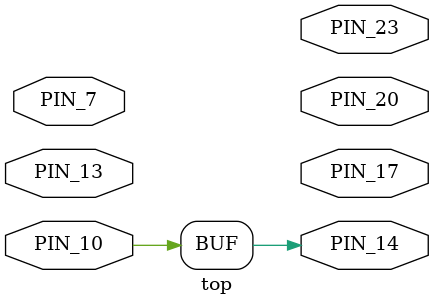
<source format=v>

module top (
	input PIN_10, PIN_13, PIN_7,
	output PIN_14, PIN_17, PIN_20, PIN_23
);
	
	assign PIN_14 = PIN_10;
	
endmodule
</source>
